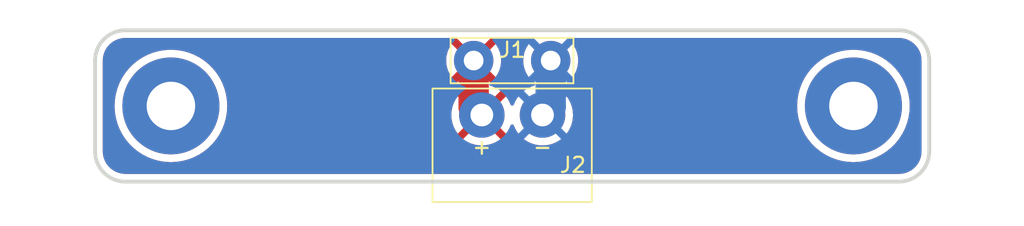
<source format=kicad_pcb>
(kicad_pcb (version 20211014) (generator pcbnew)
  (layers (0 "F.Cu" signal) (31 "B.Cu" signal) (34 "B.Paste" user) (35 "F.Paste" user) (36 "B.SilkS" user "B.Silkscreen") (37 "F.SilkS" user "F.Silkscreen") (38 "B.Mask" user) (39 "F.Mask" user) (44 "Edge.Cuts" user))
  (net 0 "")
  (net 1 "+")
  (net 2 "-")
  (footprint "TestPoint:TestPoint_Bridge_Pitch5.08mm_Drill1.3mm" (layer "F.Cu") (at 157.54 58 180)
    (fp_text reference "J1" (at 2.54 0.7) (layer "F.SilkS"))
    (fp_text value "Conn_01x02")
    (fp_line (start -1.5 -1.5) (end -1.5 1.5) (layer "F.SilkS") (width 0.12))
    (fp_line (start 6.6 1.5) (end -1.5 1.5) (layer "F.SilkS") (width 0.12))
    (fp_line (start -1.5 -1.5) (end 6.6 -1.5) (layer "F.SilkS") (width 0.12))
    (fp_line (start 6.6 1.5) (end 6.6 -1.5) (layer "F.SilkS") (width 0.12))
    (pad "1" thru_hole circle (at 5.08 0 180) (size 2.6 2.6) (drill 1.3) (layers *.Cu *.Mask) (net 1 "+"))
    (pad "2" thru_hole circle (at 0 0 180) (size 2.6 2.6) (drill 1.3) (layers *.Cu *.Mask) (net 2 "-"))
  )
  (footprint "MountingHole:MountingHole_3.2mm_M3_Pad" (layer "F.Cu") (at 132.5 61)
    (fp_text reference "REF**" hide)
    (fp_text value "MountingHole_3.2mm_M3_Pad")
    (pad "1" thru_hole circle (at 0 0) (size 6.4 6.4) (drill 3.2) (layers *.Cu *.Mask))
  )
  (footprint "MountingHole:MountingHole_3.2mm_M3_Pad" (layer "F.Cu") (at 177.5 61)
    (fp_text reference "REF**" hide)
    (fp_text value "MountingHole_3.2mm_M3_Pad")
    (pad "1" thru_hole circle (at 0 0) (size 6.4 6.4) (drill 3.2) (layers *.Cu *.Mask))
  )
  (footprint "Rolling_Custom:POGOPIN-E21160-ASB-2PIN" (layer "F.Cu") (at 155 61.6 180)
    (fp_text reference "J2" (at -4 -3.3 unlocked) (layer "F.SilkS"))
    (fp_text value "POGOPIN-E21160-ASB-2PIN")
    (fp_text user "-" (at -2 -2.25 180 unlocked) (layer "F.SilkS"))
    (fp_text user "+" (at 2 -2.25 180 unlocked) (layer "F.SilkS"))
    (fp_rect (start -5.25 1.75) (end 5.25 -5.75) (layer "F.SilkS") (width 0.12) (fill none))
    (pad "1" thru_hole circle (at 2 0 180) (size 3 3) (drill 1.5) (layers *.Cu *.Mask) (net 1 "+"))
    (pad "2" thru_hole circle (at -2 0 180) (size 3 3) (drill 1.5) (layers *.Cu *.Mask) (net 2 "-"))
  )
  (gr_arc (start 182.500001 63.999999) (mid 181.914215 65.414213) (end 180.500001 65.999999) (layer "Edge.Cuts") (width 0.25))
  (gr_arc (start 127.500001 57.999999) (mid 128.085787 56.585785) (end 129.500001 55.999999) (layer "Edge.Cuts") (width 0.25))
  (gr_line (start 127.500001 57.999999) (end 127.500001 63.999999) (layer "Edge.Cuts") (width 0.25))
  (gr_arc (start 180.500001 55.999999) (mid 181.914215 56.585785) (end 182.500001 57.999999) (layer "Edge.Cuts") (width 0.25))
  (gr_line (start 180.500001 55.999999) (end 129.500001 55.999999) (layer "Edge.Cuts") (width 0.25))
  (gr_line (start 129.500001 65.999999) (end 180.500001 65.999999) (layer "Edge.Cuts") (width 0.25))
  (gr_line (start 182.500001 63.999999) (end 182.500001 57.999999) (layer "Edge.Cuts") (width 0.25))
  (gr_arc (start 129.500001 65.999999) (mid 128.085787 65.414213) (end 127.500001 63.999999) (layer "Edge.Cuts") (width 0.25))
  (segment (start 152.46 58) (end 152.46 61.06) (width 2) (layer "F.Cu") (net 1))
  (segment (start 152.46 61.06) (end 153 61.6) (width 2) (layer "F.Cu") (net 1))
  (segment (start 157.54 61.06) (end 157 61.6) (width 2) (layer "B.Cu") (net 2))
  (segment (start 157.54 58) (end 157.54 61.06) (width 2) (layer "B.Cu") (net 2))
  (zone (net 1) (net_name "+") (layer "F.Cu") (connect_pads (clearance 0.508)) (min_thickness 0.254) (fill yes (thermal_gap 0.508) (thermal_bridge_width 0.508))
    (polygon (pts (xy 183 67) (xy 127 67) (xy 127 55) (xy 183 55)))
  )
  (zone (net 2) (net_name "-") (layer "B.Cu") (connect_pads (clearance 0.508)) (min_thickness 0.254) (fill yes (thermal_gap 0.508) (thermal_bridge_width 0.508))
    (polygon (pts (xy 184 68) (xy 126 68) (xy 126 54) (xy 184 54)))
  )
)
</source>
